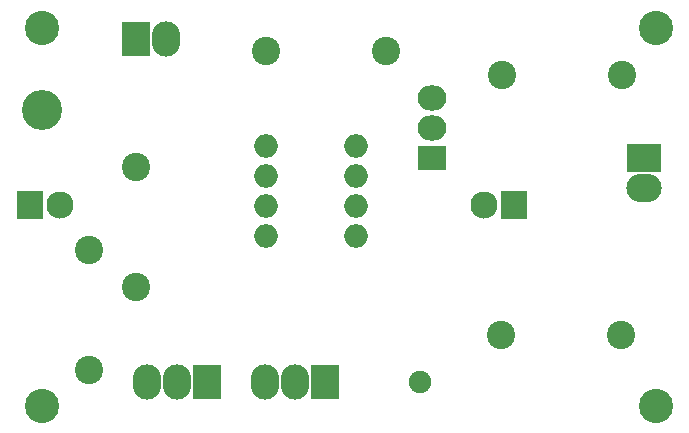
<source format=gbr>
G04 #@! TF.FileFunction,Soldermask,Top*
%FSLAX46Y46*%
G04 Gerber Fmt 4.6, Leading zero omitted, Abs format (unit mm)*
G04 Created by KiCad (PCBNEW 4.0.5+dfsg1-4) date Sat Jul  7 16:24:38 2018*
%MOMM*%
%LPD*%
G01*
G04 APERTURE LIST*
%ADD10C,0.100000*%
%ADD11R,2.300000X2.400000*%
%ADD12C,2.300000*%
%ADD13C,2.398980*%
%ADD14O,2.000000X2.000000*%
%ADD15R,2.400000X3.000000*%
%ADD16O,2.400000X3.000000*%
%ADD17R,3.000000X2.400000*%
%ADD18O,3.000000X2.400000*%
%ADD19C,3.400000*%
%ADD20C,1.900000*%
%ADD21R,2.432000X2.127200*%
%ADD22O,2.432000X2.127200*%
%ADD23C,2.900000*%
G04 APERTURE END LIST*
D10*
D11*
X149000000Y-120000000D03*
D12*
X151540000Y-120000000D03*
D13*
X158000000Y-127000000D03*
X158000000Y-116840000D03*
D14*
X169000000Y-115000000D03*
X169000000Y-117540000D03*
X169000000Y-120080000D03*
X169000000Y-122620000D03*
X176620000Y-122620000D03*
X176620000Y-120080000D03*
X176620000Y-117540000D03*
X176620000Y-115000000D03*
D11*
X190000000Y-120000000D03*
D12*
X187460000Y-120000000D03*
D15*
X164000000Y-135000000D03*
D16*
X161460000Y-135000000D03*
X158920000Y-135000000D03*
D15*
X174000000Y-135000000D03*
D16*
X171460000Y-135000000D03*
X168920000Y-135000000D03*
D15*
X158000000Y-106000000D03*
D16*
X160540000Y-106000000D03*
D17*
X201000000Y-116000000D03*
D18*
X201000000Y-118540000D03*
D19*
X150000000Y-112000000D03*
D20*
X182000000Y-135000000D03*
D21*
X183000000Y-116000000D03*
D22*
X183000000Y-113460000D03*
X183000000Y-110920000D03*
D13*
X199000000Y-131000000D03*
X188840000Y-131000000D03*
X189000000Y-109000000D03*
X199160000Y-109000000D03*
X154000000Y-134000000D03*
X154000000Y-123840000D03*
X169000000Y-107000000D03*
X179160000Y-107000000D03*
D23*
X150000000Y-105000000D03*
X150000000Y-137000000D03*
X202000000Y-105000000D03*
X202000000Y-137000000D03*
M02*

</source>
